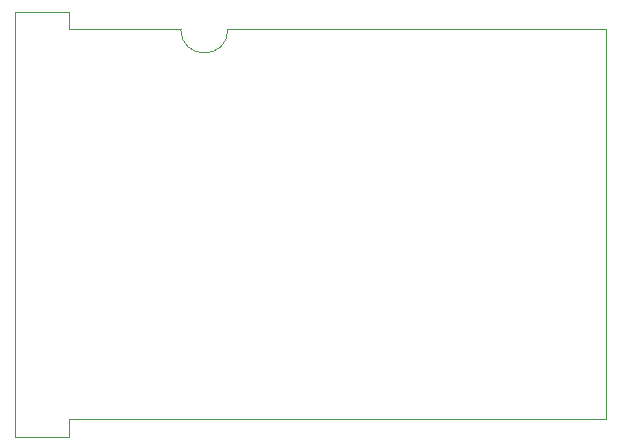
<source format=gbr>
%TF.GenerationSoftware,KiCad,Pcbnew,8.0.2*%
%TF.CreationDate,2024-12-18T21:07:28-06:00*%
%TF.ProjectId,Usb_Bridge,5573625f-4272-4696-9467-652e6b696361,rev?*%
%TF.SameCoordinates,Original*%
%TF.FileFunction,Profile,NP*%
%FSLAX46Y46*%
G04 Gerber Fmt 4.6, Leading zero omitted, Abs format (unit mm)*
G04 Created by KiCad (PCBNEW 8.0.2) date 2024-12-18 21:07:28*
%MOMM*%
%LPD*%
G01*
G04 APERTURE LIST*
%TA.AperFunction,Profile*%
%ADD10C,0.100000*%
%TD*%
G04 APERTURE END LIST*
D10*
X4500000Y-18000000D02*
X4500000Y-16500000D01*
X18000000Y16500000D02*
G75*
G02*
X14000000Y16500000I-2000000J0D01*
G01*
X14000000Y16500000D02*
X4500000Y16500000D01*
X4500000Y16500000D02*
X4500000Y18000000D01*
X18000000Y16500000D02*
X50000000Y16500000D01*
X50000000Y-16500000D02*
X4500000Y-16500000D01*
X0Y18000000D02*
X0Y-18000000D01*
X50000000Y16500000D02*
X50000000Y-16500000D01*
X4500000Y18000000D02*
X0Y18000000D01*
X0Y-18000000D02*
X4500000Y-18000000D01*
M02*

</source>
